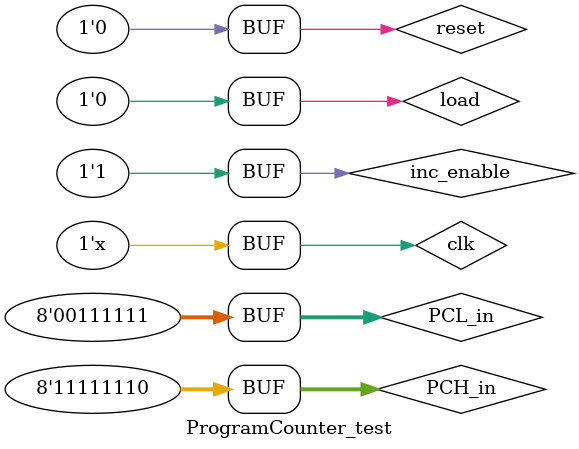
<source format=sv>
`timescale 1ns/1ps

module ProgramCounter_test(
);

  reg[7:0] PCL_in;
  reg[7:0] PCH_in;
  reg clk;
  reg inc_enable;
  reg load;
  reg reset;

  wire[7:0] PCL_out;
  wire[7:0] PCH_out;

  ProgramCounter pc (
    .PCL_in(PCL_in),
    .PCH_in(PCH_in),
    .clk(clk),
    .inc_enable(inc_enable),
    .load(load),
    .reset(reset),
    .PCL_out(PCL_out),
    .PCH_out(PCH_out)
);

  initial clk = 0;

  always #10 clk=~clk;

  initial begin
    inc_enable=1'b1;
    load=1'b0;
    reset=1;
    PCL_in=8'h3f;
    PCH_in=8'hfe;
    #10;
    reset=0;
    
    #500;
    inc_enable=0;
    load=1;
    #10;
    inc_enable=1;
    load=0;

  end
endmodule
</source>
